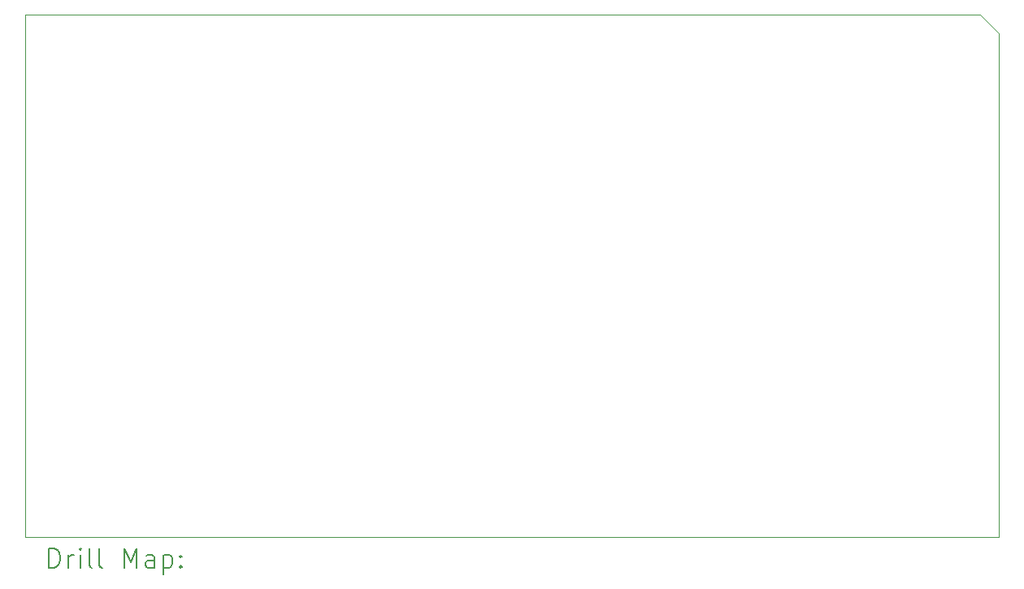
<source format=gbr>
%FSLAX45Y45*%
G04 Gerber Fmt 4.5, Leading zero omitted, Abs format (unit mm)*
G04 Created by KiCad (PCBNEW (6.0.5)) date 2022-07-01 01:18:56*
%MOMM*%
%LPD*%
G01*
G04 APERTURE LIST*
%TA.AperFunction,Profile*%
%ADD10C,0.100000*%
%TD*%
%ADD11C,0.200000*%
G04 APERTURE END LIST*
D10*
X17250000Y-4100000D02*
X7300000Y-4100000D01*
X7300000Y-4100000D02*
X7300000Y-9550000D01*
X7300000Y-9550000D02*
X17450000Y-9550000D01*
X17450000Y-4300000D02*
X17250000Y-4100000D01*
X17450000Y-5400000D02*
X17450000Y-4300000D01*
X17450000Y-9550000D02*
X17450000Y-5400000D01*
D11*
X7552619Y-9865476D02*
X7552619Y-9665476D01*
X7600238Y-9665476D01*
X7628809Y-9675000D01*
X7647857Y-9694048D01*
X7657381Y-9713095D01*
X7666905Y-9751190D01*
X7666905Y-9779762D01*
X7657381Y-9817857D01*
X7647857Y-9836905D01*
X7628809Y-9855952D01*
X7600238Y-9865476D01*
X7552619Y-9865476D01*
X7752619Y-9865476D02*
X7752619Y-9732143D01*
X7752619Y-9770238D02*
X7762143Y-9751190D01*
X7771667Y-9741667D01*
X7790714Y-9732143D01*
X7809762Y-9732143D01*
X7876428Y-9865476D02*
X7876428Y-9732143D01*
X7876428Y-9665476D02*
X7866905Y-9675000D01*
X7876428Y-9684524D01*
X7885952Y-9675000D01*
X7876428Y-9665476D01*
X7876428Y-9684524D01*
X8000238Y-9865476D02*
X7981190Y-9855952D01*
X7971667Y-9836905D01*
X7971667Y-9665476D01*
X8105000Y-9865476D02*
X8085952Y-9855952D01*
X8076428Y-9836905D01*
X8076428Y-9665476D01*
X8333571Y-9865476D02*
X8333571Y-9665476D01*
X8400238Y-9808333D01*
X8466905Y-9665476D01*
X8466905Y-9865476D01*
X8647857Y-9865476D02*
X8647857Y-9760714D01*
X8638333Y-9741667D01*
X8619286Y-9732143D01*
X8581190Y-9732143D01*
X8562143Y-9741667D01*
X8647857Y-9855952D02*
X8628810Y-9865476D01*
X8581190Y-9865476D01*
X8562143Y-9855952D01*
X8552619Y-9836905D01*
X8552619Y-9817857D01*
X8562143Y-9798810D01*
X8581190Y-9789286D01*
X8628810Y-9789286D01*
X8647857Y-9779762D01*
X8743095Y-9732143D02*
X8743095Y-9932143D01*
X8743095Y-9741667D02*
X8762143Y-9732143D01*
X8800238Y-9732143D01*
X8819286Y-9741667D01*
X8828810Y-9751190D01*
X8838333Y-9770238D01*
X8838333Y-9827381D01*
X8828810Y-9846429D01*
X8819286Y-9855952D01*
X8800238Y-9865476D01*
X8762143Y-9865476D01*
X8743095Y-9855952D01*
X8924048Y-9846429D02*
X8933571Y-9855952D01*
X8924048Y-9865476D01*
X8914524Y-9855952D01*
X8924048Y-9846429D01*
X8924048Y-9865476D01*
X8924048Y-9741667D02*
X8933571Y-9751190D01*
X8924048Y-9760714D01*
X8914524Y-9751190D01*
X8924048Y-9741667D01*
X8924048Y-9760714D01*
M02*

</source>
